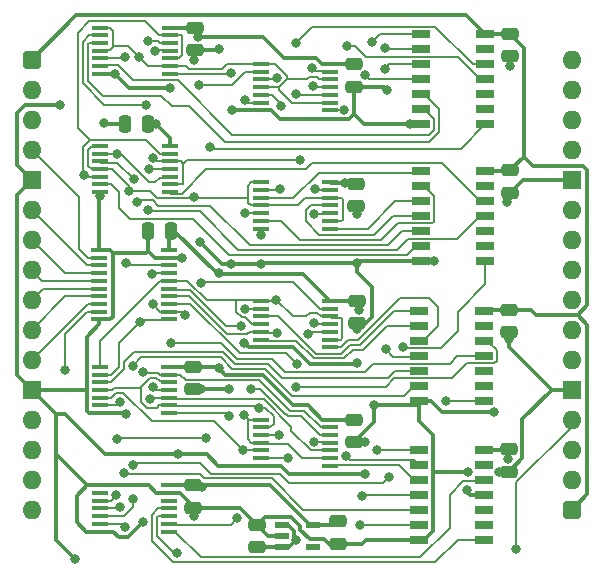
<source format=gtl>
%TF.GenerationSoftware,KiCad,Pcbnew,8.0.4*%
%TF.CreationDate,2024-09-09T19:28:37+02:00*%
%TF.ProjectId,Main Memory Abort,4d61696e-204d-4656-9d6f-72792041626f,V0*%
%TF.SameCoordinates,PX54c81a0PY37b6b20*%
%TF.FileFunction,Copper,L1,Top*%
%TF.FilePolarity,Positive*%
%FSLAX46Y46*%
G04 Gerber Fmt 4.6, Leading zero omitted, Abs format (unit mm)*
G04 Created by KiCad (PCBNEW 8.0.4) date 2024-09-09 19:28:37*
%MOMM*%
%LPD*%
G01*
G04 APERTURE LIST*
G04 Aperture macros list*
%AMRoundRect*
0 Rectangle with rounded corners*
0 $1 Rounding radius*
0 $2 $3 $4 $5 $6 $7 $8 $9 X,Y pos of 4 corners*
0 Add a 4 corners polygon primitive as box body*
4,1,4,$2,$3,$4,$5,$6,$7,$8,$9,$2,$3,0*
0 Add four circle primitives for the rounded corners*
1,1,$1+$1,$2,$3*
1,1,$1+$1,$4,$5*
1,1,$1+$1,$6,$7*
1,1,$1+$1,$8,$9*
0 Add four rect primitives between the rounded corners*
20,1,$1+$1,$2,$3,$4,$5,0*
20,1,$1+$1,$4,$5,$6,$7,0*
20,1,$1+$1,$6,$7,$8,$9,0*
20,1,$1+$1,$8,$9,$2,$3,0*%
G04 Aperture macros list end*
%TA.AperFunction,SMDPad,CuDef*%
%ADD10R,1.475000X0.450000*%
%TD*%
%TA.AperFunction,SMDPad,CuDef*%
%ADD11RoundRect,0.250000X0.250000X0.475000X-0.250000X0.475000X-0.250000X-0.475000X0.250000X-0.475000X0*%
%TD*%
%TA.AperFunction,SMDPad,CuDef*%
%ADD12R,1.150000X0.600000*%
%TD*%
%TA.AperFunction,SMDPad,CuDef*%
%ADD13RoundRect,0.250000X-0.475000X0.250000X-0.475000X-0.250000X0.475000X-0.250000X0.475000X0.250000X0*%
%TD*%
%TA.AperFunction,SMDPad,CuDef*%
%ADD14RoundRect,0.250000X0.475000X-0.250000X0.475000X0.250000X-0.475000X0.250000X-0.475000X-0.250000X0*%
%TD*%
%TA.AperFunction,ComponentPad*%
%ADD15RoundRect,0.400000X0.400000X0.400000X-0.400000X0.400000X-0.400000X-0.400000X0.400000X-0.400000X0*%
%TD*%
%TA.AperFunction,ComponentPad*%
%ADD16O,1.600000X1.600000*%
%TD*%
%TA.AperFunction,ComponentPad*%
%ADD17R,1.600000X1.600000*%
%TD*%
%TA.AperFunction,ComponentPad*%
%ADD18RoundRect,0.400000X-0.400000X-0.400000X0.400000X-0.400000X0.400000X0.400000X-0.400000X0.400000X0*%
%TD*%
%TA.AperFunction,SMDPad,CuDef*%
%ADD19R,1.550000X0.650000*%
%TD*%
%TA.AperFunction,ViaPad*%
%ADD20C,0.800000*%
%TD*%
%TA.AperFunction,Conductor*%
%ADD21C,0.200000*%
%TD*%
%TA.AperFunction,Conductor*%
%ADD22C,0.380000*%
%TD*%
G04 APERTURE END LIST*
D10*
%TO.P,IC3,1,~{OE1}*%
%TO.N,GND*%
X5715000Y-16099000D03*
%TO.P,IC3,2,A0*%
%TO.N,~{Main}0*%
X5715000Y-16749000D03*
%TO.P,IC3,3,A1*%
%TO.N,~{Main}1*%
X5715000Y-17399000D03*
%TO.P,IC3,4,A2*%
%TO.N,~{Main}2*%
X5715000Y-18049000D03*
%TO.P,IC3,5,A3*%
%TO.N,~{Main}3*%
X5715000Y-18699000D03*
%TO.P,IC3,6,A4*%
%TO.N,~{Main}4*%
X5715000Y-19349000D03*
%TO.P,IC3,7,A5*%
%TO.N,~{Main}5*%
X5715000Y-19999000D03*
%TO.P,IC3,8,A6*%
%TO.N,~{Main}6*%
X5715000Y-20649000D03*
%TO.P,IC3,9,A7*%
%TO.N,~{Main}7*%
X5715000Y-21299000D03*
%TO.P,IC3,10,GND*%
%TO.N,GND*%
X5715000Y-21949000D03*
%TO.P,IC3,11,Y7*%
%TO.N,/~{Main}B7*%
X11591000Y-21949000D03*
%TO.P,IC3,12,Y6*%
%TO.N,/~{Main}B6*%
X11591000Y-21299000D03*
%TO.P,IC3,13,Y5*%
%TO.N,/~{Main}B5*%
X11591000Y-20649000D03*
%TO.P,IC3,14,Y4*%
%TO.N,/~{Main}B4*%
X11591000Y-19999000D03*
%TO.P,IC3,15,Y3*%
%TO.N,/~{Main}B3*%
X11591000Y-19349000D03*
%TO.P,IC3,16,Y2*%
%TO.N,/~{Main}B2*%
X11591000Y-18699000D03*
%TO.P,IC3,17,Y1*%
%TO.N,/~{Main}B1*%
X11591000Y-18049000D03*
%TO.P,IC3,18,Y0*%
%TO.N,/~{Main}B0*%
X11591000Y-17399000D03*
%TO.P,IC3,19,~{OE2}*%
%TO.N,GND*%
X11591000Y-16749000D03*
%TO.P,IC3,20,3V*%
%TO.N,/3.3V*%
X11591000Y-16099000D03*
%TD*%
D11*
%TO.P,C8,1*%
%TO.N,/3.3V*%
X11763000Y-14456000D03*
%TO.P,C8,2*%
%TO.N,GND*%
X9863000Y-14456000D03*
%TD*%
D10*
%TO.P,IC7,14,3V*%
%TO.N,/3.3V*%
X11684000Y2742000D03*
%TO.P,IC7,13,4B*%
%TO.N,/~{Main}B7*%
X11684000Y2092000D03*
%TO.P,IC7,12,4A*%
%TO.N,/~{Main}B6*%
X11684000Y1442000D03*
%TO.P,IC7,11,4Y*%
%TO.N,/~{6+7}*%
X11684000Y792000D03*
%TO.P,IC7,10,3B*%
%TO.N,/~{Main}B7*%
X11684000Y142000D03*
%TO.P,IC7,9,3A*%
%TO.N,/~{Main}B0*%
X11684000Y-508000D03*
%TO.P,IC7,8,3Y*%
%TO.N,/~{0+7}*%
X11684000Y-1158000D03*
%TO.P,IC7,7,GND*%
%TO.N,GND*%
X5808000Y-1158000D03*
%TO.P,IC7,6,2Y*%
%TO.N,/~{0+6}*%
X5808000Y-508000D03*
%TO.P,IC7,5,2B*%
%TO.N,/~{Main}B6*%
X5808000Y142000D03*
%TO.P,IC7,4,2A*%
%TO.N,/~{Main}B0*%
X5808000Y792000D03*
%TO.P,IC7,3,1Y*%
%TO.N,/~{0+5}*%
X5808000Y1442000D03*
%TO.P,IC7,2,1B*%
%TO.N,/~{Main}B5*%
X5808000Y2092000D03*
%TO.P,IC7,1,1A*%
%TO.N,/~{Main}B0*%
X5808000Y2742000D03*
%TD*%
%TO.P,IC2,14,3V*%
%TO.N,/3.3V*%
X25273000Y-351000D03*
%TO.P,IC2,13,4B*%
%TO.N,/~{Main}B4*%
X25273000Y-1001000D03*
%TO.P,IC2,12,4A*%
%TO.N,/~{Main}B0*%
X25273000Y-1651000D03*
%TO.P,IC2,11,4Y*%
%TO.N,/~{0+4}*%
X25273000Y-2301000D03*
%TO.P,IC2,10,3B*%
%TO.N,/~{Main}B3*%
X25273000Y-2951000D03*
%TO.P,IC2,9,3A*%
%TO.N,/~{Main}B0*%
X25273000Y-3601000D03*
%TO.P,IC2,8,3Y*%
%TO.N,/~{0+3}*%
X25273000Y-4251000D03*
%TO.P,IC2,7,GND*%
%TO.N,GND*%
X19397000Y-4251000D03*
%TO.P,IC2,6,2Y*%
%TO.N,/~{0+2}*%
X19397000Y-3601000D03*
%TO.P,IC2,5,2B*%
%TO.N,/~{Main}B2*%
X19397000Y-2951000D03*
%TO.P,IC2,4,2A*%
%TO.N,/~{Main}B0*%
X19397000Y-2301000D03*
%TO.P,IC2,3,1Y*%
%TO.N,/~{0+1}*%
X19397000Y-1651000D03*
%TO.P,IC2,2,1B*%
%TO.N,/~{Main}B1*%
X19397000Y-1001000D03*
%TO.P,IC2,1,1A*%
%TO.N,/~{Main}B0*%
X19397000Y-351000D03*
%TD*%
D12*
%TO.P,IC1,1,6VIn*%
%TO.N,5V*%
X21209000Y-39370000D03*
%TO.P,IC1,2,GND*%
%TO.N,GND*%
X21209000Y-40320000D03*
%TO.P,IC1,3,EN*%
%TO.N,5V*%
X21209000Y-41270000D03*
%TO.P,IC1,4,ADJ*%
%TO.N,unconnected-(IC1-ADJ-Pad4)*%
X23809000Y-41270000D03*
%TO.P,IC1,5,3.3VOut*%
%TO.N,/3.3V*%
X23809000Y-39370000D03*
%TD*%
D13*
%TO.P,C11,1*%
%TO.N,/3.3V*%
X25908000Y-39071000D03*
%TO.P,C11,2*%
%TO.N,GND*%
X25908000Y-40971000D03*
%TD*%
D14*
%TO.P,C10,1*%
%TO.N,5V*%
X19080000Y-41254000D03*
%TO.P,C10,2*%
%TO.N,GND*%
X19080000Y-39354000D03*
%TD*%
D13*
%TO.P,C5,1*%
%TO.N,/3.3V*%
X13843000Y2712000D03*
%TO.P,C5,2*%
%TO.N,GND*%
X13843000Y812000D03*
%TD*%
%TO.P,C4,2*%
%TO.N,GND*%
X40513000Y304000D03*
%TO.P,C4,1*%
%TO.N,5V*%
X40513000Y2204000D03*
%TD*%
%TO.P,C3,1*%
%TO.N,/3.3V*%
X27288000Y-351000D03*
%TO.P,C3,2*%
%TO.N,GND*%
X27288000Y-2251000D03*
%TD*%
%TO.P,C2,1*%
%TO.N,/3.3V*%
X27432000Y-10496000D03*
%TO.P,C2,2*%
%TO.N,GND*%
X27432000Y-12396000D03*
%TD*%
D15*
%TO.P,J3,1,Pin_1*%
%TO.N,5V*%
X45720000Y-38100000D03*
D16*
%TO.P,J3,2,Pin_2*%
%TO.N,unconnected-(J3-Pin_2-Pad2)*%
X45720000Y-35560000D03*
%TO.P,J3,3,Pin_3*%
%TO.N,unconnected-(J3-Pin_3-Pad3)*%
X45720000Y-33020001D03*
%TO.P,J3,4,Pin_4*%
%TO.N,~{Set Contention}*%
X45720000Y-30480000D03*
D17*
%TO.P,J3,5,Pin_5*%
%TO.N,GND*%
X45720000Y-27940000D03*
D16*
%TO.P,J3,6,Pin_6*%
%TO.N,unconnected-(J3-Pin_6-Pad6)*%
X45720000Y-25400000D03*
%TO.P,J3,7,Pin_7*%
%TO.N,unconnected-(J3-Pin_7-Pad7)*%
X45720000Y-22860000D03*
%TO.P,J3,8,Pin_8*%
%TO.N,unconnected-(J3-Pin_8-Pad8)*%
X45720000Y-20319999D03*
%TO.P,J3,9,Pin_9*%
%TO.N,unconnected-(J3-Pin_9-Pad9)*%
X45720000Y-17780000D03*
%TO.P,J3,10,Pin_10*%
%TO.N,unconnected-(J3-Pin_10-Pad10)*%
X45720000Y-15240000D03*
%TO.P,J3,11,Pin_11*%
%TO.N,unconnected-(J3-Pin_11-Pad11)*%
X45720000Y-12700000D03*
D17*
%TO.P,J3,12,Pin_12*%
%TO.N,GND*%
X45720000Y-10160001D03*
D16*
%TO.P,J3,13,Pin_13*%
%TO.N,unconnected-(J3-Pin_13-Pad13)*%
X45720000Y-7620000D03*
%TO.P,J3,14,Pin_14*%
%TO.N,unconnected-(J3-Pin_14-Pad14)*%
X45720000Y-5080000D03*
%TO.P,J3,15,Pin_15*%
%TO.N,unconnected-(J3-Pin_15-Pad15)*%
X45720000Y-2540000D03*
%TO.P,J3,16,Pin_16*%
%TO.N,unconnected-(J3-Pin_16-Pad16)*%
X45720000Y-1D03*
%TD*%
D18*
%TO.P,J1,1,Pin_1*%
%TO.N,5V*%
X0Y0D03*
D16*
%TO.P,J1,2,Pin_2*%
%TO.N,unconnected-(J1-Pin_2-Pad2)*%
X0Y-2540000D03*
%TO.P,J1,3,Pin_3*%
%TO.N,unconnected-(J1-Pin_3-Pad3)*%
X0Y-5080000D03*
%TO.P,J1,4,Pin_4*%
%TO.N,~{Main}0*%
X0Y-7620000D03*
D17*
%TO.P,J1,5,Pin_5*%
%TO.N,GND*%
X0Y-10160000D03*
D16*
%TO.P,J1,6,Pin_6*%
%TO.N,~{Main}1*%
X0Y-12700000D03*
%TO.P,J1,7,Pin_7*%
%TO.N,~{Main}2*%
X0Y-15240000D03*
%TO.P,J1,8,Pin_8*%
%TO.N,~{Main}3*%
X0Y-17780000D03*
%TO.P,J1,9,Pin_9*%
%TO.N,~{Main}4*%
X0Y-20320000D03*
%TO.P,J1,10,Pin_10*%
%TO.N,~{Main}5*%
X0Y-22860000D03*
%TO.P,J1,11,Pin_11*%
%TO.N,~{Main}6*%
X0Y-25400000D03*
D17*
%TO.P,J1,12,Pin_12*%
%TO.N,GND*%
X0Y-27940000D03*
D16*
%TO.P,J1,13,Pin_13*%
%TO.N,~{Main}7*%
X0Y-30480000D03*
%TO.P,J1,14,Pin_14*%
%TO.N,unconnected-(J1-Pin_14-Pad14)*%
X0Y-33020000D03*
%TO.P,J1,15,Pin_15*%
%TO.N,unconnected-(J1-Pin_15-Pad15)*%
X0Y-35560000D03*
%TO.P,J1,16,Pin_16*%
%TO.N,unconnected-(J1-Pin_16-Pad16)*%
X0Y-38100000D03*
%TD*%
D13*
%TO.P,C15,1*%
%TO.N,/3.3V*%
X13682000Y-36023000D03*
%TO.P,C15,2*%
%TO.N,GND*%
X13682000Y-37923000D03*
%TD*%
%TO.P,C14,1*%
%TO.N,/3.3V*%
X27288000Y-30450000D03*
%TO.P,C14,2*%
%TO.N,GND*%
X27288000Y-32350000D03*
%TD*%
%TO.P,C13,1*%
%TO.N,/3.3V*%
X13682000Y-25990000D03*
%TO.P,C13,2*%
%TO.N,GND*%
X13682000Y-27890000D03*
%TD*%
D11*
%TO.P,C12,1*%
%TO.N,/3.3V*%
X9824000Y-5461000D03*
%TO.P,C12,2*%
%TO.N,GND*%
X7924000Y-5461000D03*
%TD*%
D13*
%TO.P,C9,1*%
%TO.N,/3.3V*%
X27559000Y-20402000D03*
%TO.P,C9,2*%
%TO.N,GND*%
X27559000Y-22302000D03*
%TD*%
%TO.P,C7,1*%
%TO.N,5V*%
X40513000Y-9353000D03*
%TO.P,C7,2*%
%TO.N,GND*%
X40513000Y-11253000D03*
%TD*%
%TO.P,C6,1*%
%TO.N,5V*%
X40386000Y-21164000D03*
%TO.P,C6,2*%
%TO.N,GND*%
X40386000Y-23064000D03*
%TD*%
%TO.P,C1,1*%
%TO.N,5V*%
X40386000Y-32975000D03*
%TO.P,C1,2*%
%TO.N,GND*%
X40386000Y-34875000D03*
%TD*%
D19*
%TO.P,IC13,14,5V*%
%TO.N,5V*%
X38412000Y2159000D03*
%TO.P,IC13,13,N.C.*%
%TO.N,unconnected-(IC13-N.C.-Pad13)*%
X38412000Y889000D03*
%TO.P,IC13,12,H*%
%TO.N,/~{0+7}*%
X38412000Y-381000D03*
%TO.P,IC13,11,G*%
%TO.N,/~{6+7}*%
X38412000Y-1651000D03*
%TO.P,IC13,10,N.C.*%
%TO.N,unconnected-(IC13-N.C.-Pad10)*%
X38412000Y-2921000D03*
%TO.P,IC13,9,N.C.*%
%TO.N,unconnected-(IC13-N.C.-Pad9)*%
X38412000Y-4191000D03*
%TO.P,IC13,8,Y*%
%TO.N,Net-(IC13-Y)*%
X38412000Y-5461000D03*
%TO.P,IC13,7,GND*%
%TO.N,GND*%
X32962000Y-5461000D03*
%TO.P,IC13,6,F*%
%TO.N,/~{0+6}*%
X32962000Y-4191000D03*
%TO.P,IC13,5,E*%
%TO.N,/~{0+5}*%
X32962000Y-2921000D03*
%TO.P,IC13,4,D*%
%TO.N,/~{0+4}*%
X32962000Y-1651000D03*
%TO.P,IC13,3,C*%
%TO.N,/~{0+3}*%
X32962000Y-381000D03*
%TO.P,IC13,2,B*%
%TO.N,/~{0+2}*%
X32962000Y889000D03*
%TO.P,IC13,1,A*%
%TO.N,/~{0+1}*%
X32962000Y2159000D03*
%TD*%
D10*
%TO.P,IC8,1,1A*%
%TO.N,/~{Main}B1*%
X19414000Y-10369000D03*
%TO.P,IC8,2,1B*%
%TO.N,/~{Main}B2*%
X19414000Y-11019000D03*
%TO.P,IC8,3,1Y*%
%TO.N,/~{1+2}*%
X19414000Y-11669000D03*
%TO.P,IC8,4,2A*%
%TO.N,/~{Main}B1*%
X19414000Y-12319000D03*
%TO.P,IC8,5,2B*%
%TO.N,/~{Main}B3*%
X19414000Y-12969000D03*
%TO.P,IC8,6,2Y*%
%TO.N,/~{1+3}*%
X19414000Y-13619000D03*
%TO.P,IC8,7,GND*%
%TO.N,GND*%
X19414000Y-14269000D03*
%TO.P,IC8,8,3Y*%
%TO.N,/~{1+4}*%
X25290000Y-14269000D03*
%TO.P,IC8,9,3A*%
%TO.N,/~{Main}B1*%
X25290000Y-13619000D03*
%TO.P,IC8,10,3B*%
%TO.N,/~{Main}B4*%
X25290000Y-12969000D03*
%TO.P,IC8,11,4Y*%
%TO.N,/~{1+5}*%
X25290000Y-12319000D03*
%TO.P,IC8,12,4A*%
%TO.N,/~{Main}B1*%
X25290000Y-11669000D03*
%TO.P,IC8,13,4B*%
%TO.N,/~{Main}B5*%
X25290000Y-11019000D03*
%TO.P,IC8,14,3V*%
%TO.N,/3.3V*%
X25290000Y-10369000D03*
%TD*%
%TO.P,IC10,14,3V*%
%TO.N,/3.3V*%
X25273000Y-20417000D03*
%TO.P,IC10,13,4B*%
%TO.N,/~{Main}B6*%
X25273000Y-21067000D03*
%TO.P,IC10,12,4A*%
%TO.N,/~{Main}B2*%
X25273000Y-21717000D03*
%TO.P,IC10,11,4Y*%
%TO.N,/~{2+6}*%
X25273000Y-22367000D03*
%TO.P,IC10,10,3B*%
%TO.N,/~{Main}B5*%
X25273000Y-23017000D03*
%TO.P,IC10,9,3A*%
%TO.N,/~{Main}B2*%
X25273000Y-23667000D03*
%TO.P,IC10,8,3Y*%
%TO.N,/~{2+5}*%
X25273000Y-24317000D03*
%TO.P,IC10,7,GND*%
%TO.N,GND*%
X19397000Y-24317000D03*
%TO.P,IC10,6,2Y*%
%TO.N,/~{2+4}*%
X19397000Y-23667000D03*
%TO.P,IC10,5,2B*%
%TO.N,/~{Main}B4*%
X19397000Y-23017000D03*
%TO.P,IC10,4,2A*%
%TO.N,/~{Main}B2*%
X19397000Y-22367000D03*
%TO.P,IC10,3,1Y*%
%TO.N,/~{2+3}*%
X19397000Y-21717000D03*
%TO.P,IC10,2,1B*%
%TO.N,/~{Main}B3*%
X19397000Y-21067000D03*
%TO.P,IC10,1,1A*%
%TO.N,/~{Main}B2*%
X19397000Y-20417000D03*
%TD*%
D19*
%TO.P,IC15,14,5V*%
%TO.N,5V*%
X38285000Y-21251300D03*
%TO.P,IC15,13,N.C.*%
%TO.N,unconnected-(IC15-N.C.-Pad13)*%
X38285000Y-22521300D03*
%TO.P,IC15,12,H*%
%TO.N,/~{4+6}*%
X38285000Y-23791300D03*
%TO.P,IC15,11,G*%
%TO.N,/~{4+7}*%
X38285000Y-25061300D03*
%TO.P,IC15,10,N.C.*%
%TO.N,unconnected-(IC15-N.C.-Pad10)*%
X38285000Y-26331300D03*
%TO.P,IC15,9,N.C.*%
%TO.N,unconnected-(IC15-N.C.-Pad9)*%
X38285000Y-27601300D03*
%TO.P,IC15,8,Y*%
%TO.N,Net-(IC15-Y)*%
X38285000Y-28871300D03*
%TO.P,IC15,7,GND*%
%TO.N,GND*%
X32835000Y-28871300D03*
%TO.P,IC15,6,F*%
%TO.N,/~{4+5}*%
X32835000Y-27601300D03*
%TO.P,IC15,5,E*%
%TO.N,/~{2+7}*%
X32835000Y-26331300D03*
%TO.P,IC15,4,D*%
%TO.N,/~{2+6}*%
X32835000Y-25061300D03*
%TO.P,IC15,3,C*%
%TO.N,/~{2+5}*%
X32835000Y-23791300D03*
%TO.P,IC15,2,B*%
%TO.N,/~{2+4}*%
X32835000Y-22521300D03*
%TO.P,IC15,1,A*%
%TO.N,/~{2+3}*%
X32835000Y-21251300D03*
%TD*%
D10*
%TO.P,IC9,1,1A*%
%TO.N,/~{Main}B1*%
X5808000Y-7291000D03*
%TO.P,IC9,2,1B*%
%TO.N,/~{Main}B6*%
X5808000Y-7941000D03*
%TO.P,IC9,3,1Y*%
%TO.N,/~{1+6}*%
X5808000Y-8591000D03*
%TO.P,IC9,4,2A*%
%TO.N,/~{Main}B1*%
X5808000Y-9241000D03*
%TO.P,IC9,5,2B*%
%TO.N,/~{Main}B7*%
X5808000Y-9891000D03*
%TO.P,IC9,6,2Y*%
%TO.N,/~{1+7}*%
X5808000Y-10541000D03*
%TO.P,IC9,7,GND*%
%TO.N,GND*%
X5808000Y-11191000D03*
%TO.P,IC9,8,3Y*%
%TO.N,/~{5+6}*%
X11684000Y-11191000D03*
%TO.P,IC9,9,3A*%
%TO.N,/~{Main}B5*%
X11684000Y-10541000D03*
%TO.P,IC9,10,3B*%
%TO.N,/~{Main}B6*%
X11684000Y-9891000D03*
%TO.P,IC9,11,4Y*%
%TO.N,/~{5+7}*%
X11684000Y-9241000D03*
%TO.P,IC9,12,4A*%
%TO.N,/~{Main}B5*%
X11684000Y-8591000D03*
%TO.P,IC9,13,4B*%
%TO.N,/~{Main}B7*%
X11684000Y-7941000D03*
%TO.P,IC9,14,3V*%
%TO.N,/3.3V*%
X11684000Y-7291000D03*
%TD*%
D19*
%TO.P,IC14,14,5V*%
%TO.N,5V*%
X38412000Y-9398000D03*
%TO.P,IC14,13,N.C.*%
%TO.N,unconnected-(IC14-N.C.-Pad13)*%
X38412000Y-10668000D03*
%TO.P,IC14,12,H*%
%TO.N,/~{5+6}*%
X38412000Y-11938000D03*
%TO.P,IC14,11,G*%
%TO.N,/~{5+7}*%
X38412000Y-13208000D03*
%TO.P,IC14,10,N.C.*%
%TO.N,unconnected-(IC14-N.C.-Pad10)*%
X38412000Y-14478000D03*
%TO.P,IC14,9,N.C.*%
%TO.N,unconnected-(IC14-N.C.-Pad9)*%
X38412000Y-15748000D03*
%TO.P,IC14,8,Y*%
%TO.N,Net-(IC14-Y)*%
X38412000Y-17018000D03*
%TO.P,IC14,7,GND*%
%TO.N,GND*%
X32962000Y-17018000D03*
%TO.P,IC14,6,F*%
%TO.N,/~{1+7}*%
X32962000Y-15748000D03*
%TO.P,IC14,5,E*%
%TO.N,/~{1+6}*%
X32962000Y-14478000D03*
%TO.P,IC14,4,D*%
%TO.N,/~{1+5}*%
X32962000Y-13208000D03*
%TO.P,IC14,3,C*%
%TO.N,/~{1+4}*%
X32962000Y-11938000D03*
%TO.P,IC14,2,B*%
%TO.N,/~{1+3}*%
X32962000Y-10668000D03*
%TO.P,IC14,1,A*%
%TO.N,/~{1+2}*%
X32962000Y-9398000D03*
%TD*%
%TO.P,IC16,14,5V*%
%TO.N,5V*%
X38285000Y-33020000D03*
%TO.P,IC16,13,N.C.*%
%TO.N,unconnected-(IC16-N.C.-Pad13)*%
X38285000Y-34290000D03*
%TO.P,IC16,12,H*%
%TO.N,/(~{2+3})\u2022(~{2+4})\u2022(~{2+5})\u2022(~{2+6})\u2022(~{2+7})\u2022(~{4+5})\u2022(~{4+6})\u2022(~{4+7})*%
X38285000Y-35560000D03*
%TO.P,IC16,11,G*%
%TO.N,/3.3V*%
X38285000Y-36830000D03*
%TO.P,IC16,10,N.C.*%
%TO.N,unconnected-(IC16-N.C.-Pad10)*%
X38285000Y-38100000D03*
%TO.P,IC16,9,N.C.*%
%TO.N,unconnected-(IC16-N.C.-Pad9)*%
X38285000Y-39370000D03*
%TO.P,IC16,8,Y*%
%TO.N,Net-(IC16-Y)*%
X38285000Y-40640000D03*
%TO.P,IC16,7,GND*%
%TO.N,GND*%
X32835000Y-40640000D03*
%TO.P,IC16,6,F*%
%TO.N,/(~{1+2})\u2022(~{1+3})\u2022(~{1+4})\u2022(~{1+5})\u2022(~{1+6})\u2022(~{1+7})\u2022(~{5+6})\u2022(~{5+7})*%
X32835000Y-39370000D03*
%TO.P,IC16,5,E*%
%TO.N,/(~{0+1})\u2022(~{0+2})\u2022(~{0+3})\u2022(~{0+4})\u2022(~{0+5})\u2022(~{0+6})\u2022(~{0+7})\u2022(~{6+7})*%
X32835000Y-38100000D03*
%TO.P,IC16,4,D*%
%TO.N,/~{3+7}*%
X32835000Y-36830000D03*
%TO.P,IC16,3,C*%
%TO.N,/~{3+6}*%
X32835000Y-35560000D03*
%TO.P,IC16,2,B*%
%TO.N,/~{3+5}*%
X32835000Y-34290000D03*
%TO.P,IC16,1,A*%
%TO.N,/~{3+4}*%
X32835000Y-33020000D03*
%TD*%
D10*
%TO.P,IC17,1,1A*%
%TO.N,GND*%
X5791000Y-36023000D03*
%TO.P,IC17,2,1Y*%
%TO.N,unconnected-(IC17A-1Y-Pad2)*%
X5791000Y-36673000D03*
%TO.P,IC17,3,2A*%
%TO.N,Net-(IC13-Y)*%
X5791000Y-37323000D03*
%TO.P,IC17,4,2Y*%
%TO.N,/(~{0+1})\u2022(~{0+2})\u2022(~{0+3})\u2022(~{0+4})\u2022(~{0+5})\u2022(~{0+6})\u2022(~{0+7})\u2022(~{6+7})*%
X5791000Y-37973000D03*
%TO.P,IC17,5,3A*%
%TO.N,Net-(IC14-Y)*%
X5791000Y-38623000D03*
%TO.P,IC17,6,3Y*%
%TO.N,/(~{1+2})\u2022(~{1+3})\u2022(~{1+4})\u2022(~{1+5})\u2022(~{1+6})\u2022(~{1+7})\u2022(~{5+6})\u2022(~{5+7})*%
X5791000Y-39273000D03*
%TO.P,IC17,7,GND*%
%TO.N,GND*%
X5791000Y-39923000D03*
%TO.P,IC17,8,4Y*%
%TO.N,/(~{2+3})\u2022(~{2+4})\u2022(~{2+5})\u2022(~{2+6})\u2022(~{2+7})\u2022(~{4+5})\u2022(~{4+6})\u2022(~{4+7})*%
X11667000Y-39923000D03*
%TO.P,IC17,9,4A*%
%TO.N,Net-(IC15-Y)*%
X11667000Y-39273000D03*
%TO.P,IC17,10,5Y*%
%TO.N,~{Set Contention}*%
X11667000Y-38623000D03*
%TO.P,IC17,11,5A*%
%TO.N,Net-(IC16-Y)*%
X11667000Y-37973000D03*
%TO.P,IC17,12,6Y*%
%TO.N,unconnected-(IC17F-6Y-Pad12)*%
X11667000Y-37323000D03*
%TO.P,IC17,13,6A*%
%TO.N,GND*%
X11667000Y-36673000D03*
%TO.P,IC17,14,3V*%
%TO.N,/3.3V*%
X11667000Y-36023000D03*
%TD*%
%TO.P,IC11,1,1A*%
%TO.N,/~{Main}B2*%
X5791000Y-25990000D03*
%TO.P,IC11,2,1B*%
%TO.N,/~{Main}B7*%
X5791000Y-26640000D03*
%TO.P,IC11,3,1Y*%
%TO.N,/~{2+7}*%
X5791000Y-27290000D03*
%TO.P,IC11,4,2A*%
%TO.N,/~{Main}B4*%
X5791000Y-27940000D03*
%TO.P,IC11,5,2B*%
%TO.N,/~{Main}B5*%
X5791000Y-28590000D03*
%TO.P,IC11,6,2Y*%
%TO.N,/~{4+5}*%
X5791000Y-29240000D03*
%TO.P,IC11,7,GND*%
%TO.N,GND*%
X5791000Y-29890000D03*
%TO.P,IC11,8,3Y*%
%TO.N,/~{4+6}*%
X11667000Y-29890000D03*
%TO.P,IC11,9,3A*%
%TO.N,/~{Main}B4*%
X11667000Y-29240000D03*
%TO.P,IC11,10,3B*%
%TO.N,/~{Main}B6*%
X11667000Y-28590000D03*
%TO.P,IC11,11,4Y*%
%TO.N,/~{4+7}*%
X11667000Y-27940000D03*
%TO.P,IC11,12,4A*%
%TO.N,/~{Main}B4*%
X11667000Y-27290000D03*
%TO.P,IC11,13,4B*%
%TO.N,/~{Main}B7*%
X11667000Y-26640000D03*
%TO.P,IC11,14,3V*%
%TO.N,/3.3V*%
X11667000Y-25990000D03*
%TD*%
%TO.P,IC12,14,3V*%
%TO.N,/3.3V*%
X25273000Y-30450000D03*
%TO.P,IC12,13,4B*%
%TO.N,/~{Main}B7*%
X25273000Y-31100000D03*
%TO.P,IC12,12,4A*%
%TO.N,/~{Main}B3*%
X25273000Y-31750000D03*
%TO.P,IC12,11,4Y*%
%TO.N,/~{3+7}*%
X25273000Y-32400000D03*
%TO.P,IC12,10,3B*%
%TO.N,/~{Main}B6*%
X25273000Y-33050000D03*
%TO.P,IC12,9,3A*%
%TO.N,/~{Main}B3*%
X25273000Y-33700000D03*
%TO.P,IC12,8,3Y*%
%TO.N,/~{3+6}*%
X25273000Y-34350000D03*
%TO.P,IC12,7,GND*%
%TO.N,GND*%
X19397000Y-34350000D03*
%TO.P,IC12,6,2Y*%
%TO.N,/~{3+5}*%
X19397000Y-33700000D03*
%TO.P,IC12,5,2B*%
%TO.N,/~{Main}B5*%
X19397000Y-33050000D03*
%TO.P,IC12,4,2A*%
%TO.N,/~{Main}B3*%
X19397000Y-32400000D03*
%TO.P,IC12,3,1Y*%
%TO.N,/~{3+4}*%
X19397000Y-31750000D03*
%TO.P,IC12,2,1B*%
%TO.N,/~{Main}B4*%
X19397000Y-31100000D03*
%TO.P,IC12,1,1A*%
%TO.N,/~{Main}B3*%
X19397000Y-30450000D03*
%TD*%
D20*
%TO.N,~{Set Contention}*%
X41021000Y-41384000D03*
%TO.N,GND*%
X3683000Y-42291000D03*
X30099000Y-2540000D03*
X2413000Y-3810000D03*
X12359508Y-33401000D03*
%TO.N,/(~{0+1})\u2022(~{0+2})\u2022(~{0+3})\u2022(~{0+4})\u2022(~{0+5})\u2022(~{0+6})\u2022(~{0+7})\u2022(~{6+7})*%
X7811529Y-34979377D03*
%TO.N,Net-(IC13-Y)*%
X7238999Y-32131001D03*
X14732000Y-32004000D03*
%TO.N,GND*%
X28956000Y-29174000D03*
%TO.N,/~{1+6}*%
X8656548Y-10110737D03*
X8932636Y-12065000D03*
%TO.N,GND*%
X12752029Y-16749000D03*
X14242695Y-15418730D03*
%TO.N,~{Main}7*%
X2794000Y-26289000D03*
%TO.N,GND*%
X16867700Y-17272000D03*
X19431000Y-14859000D03*
X19431000Y-17272000D03*
X34036000Y-17018000D03*
X40259000Y-12065002D03*
X36957000Y-34925000D03*
X39576690Y-34920014D03*
X28194006Y-35052006D03*
X28194000Y-32385000D03*
%TO.N,Net-(IC14-Y)*%
X30226000Y-35306000D03*
X8603530Y-34290000D03*
%TO.N,GND*%
X11684000Y-2413000D03*
X13716004Y-8D03*
%TO.N,/3.3V*%
X10540988Y-5461000D03*
%TO.N,GND*%
X6096000Y-5334000D03*
%TO.N,/~{Main}B5*%
X10242716Y-8299284D03*
X9700571Y-3779996D03*
%TO.N,GND*%
X8000996Y-29971992D03*
X14351000Y-27853500D03*
%TO.N,/~{Main}B6*%
X14379145Y-18894855D03*
X12954000Y-21590000D03*
%TO.N,GND*%
X40386000Y-23622000D03*
X39144284Y-29790353D03*
X27507828Y-25654000D03*
X27507828Y-22808824D03*
%TO.N,/~{Main}B5*%
X23367998Y-23189827D03*
%TO.N,/~{Main}B6*%
X10030400Y-28714000D03*
X10253498Y-20701000D03*
X9823087Y1635691D03*
X7874000Y254000D03*
X7251000Y-7940999D03*
%TO.N,/(~{0+1})\u2022(~{0+2})\u2022(~{0+3})\u2022(~{0+4})\u2022(~{0+5})\u2022(~{0+6})\u2022(~{0+7})\u2022(~{6+7})*%
X7492232Y-37856875D03*
%TO.N,/(~{1+2})\u2022(~{1+3})\u2022(~{1+4})\u2022(~{1+5})\u2022(~{1+6})\u2022(~{1+7})\u2022(~{5+6})\u2022(~{5+7})*%
X7874000Y-39520624D03*
X27813000Y-39370000D03*
%TO.N,/~{3+5}*%
X26610502Y-33528000D03*
X21685957Y-33686045D03*
%TO.N,/~{3+4}*%
X29216080Y-33006536D03*
X20955000Y-31783100D03*
%TO.N,/~{3+7}*%
X27940000Y-36957000D03*
X23910500Y-32360200D03*
%TO.N,/~{4+5}*%
X7460903Y-28923903D03*
X8570739Y-25868583D03*
%TO.N,/~{4+7}*%
X10251206Y-27687477D03*
X11823031Y-23935219D03*
%TO.N,/~{4+6}*%
X16739600Y-30172700D03*
X22365770Y-27674000D03*
%TO.N,/~{2+6}*%
X29972000Y-24511000D03*
X23946739Y-22241968D03*
%TO.N,/~{5+7}*%
X9906000Y-9271000D03*
X9890504Y-12680994D03*
%TO.N,/~{6+7}*%
X26666300Y1199000D03*
X10462495Y802827D03*
%TO.N,/~{0+7}*%
X22351998Y1397000D03*
X16891497Y-1143503D03*
%TO.N,/~{Main}B5*%
X23950200Y-10919000D03*
X22428385Y-25704615D03*
X17896500Y-33050000D03*
X22733000Y-8509000D03*
%TO.N,/~{0+3}*%
X29894000Y-731880D03*
X26460842Y-4222477D03*
%TO.N,/~{0+2}*%
X29955240Y995700D03*
X18057800Y-3411000D03*
%TO.N,/~{0+4}*%
X28245336Y-1300999D03*
X23826622Y-2201000D03*
%TO.N,/~{0+1}*%
X28829000Y1524000D03*
X20736300Y-1491700D03*
%TO.N,Net-(IC15-Y)*%
X17400700Y-38803400D03*
X35052000Y-28871300D03*
%TO.N,Net-(IC14-Y)*%
X8603530Y-37211000D03*
X31455231Y-24298569D03*
%TO.N,Net-(IC13-Y)*%
X7153530Y-36863000D03*
X15101000Y-7366000D03*
%TO.N,/~{Main}B7*%
X9144000Y-22225000D03*
X9469526Y-26411435D03*
X4445000Y-9779004D03*
%TO.N,/~{Main}B4*%
X19274800Y-29451300D03*
X20770800Y-23087800D03*
X23948300Y-13004700D03*
X23731805Y-701000D03*
%TO.N,/~{Main}B2*%
X20987600Y-10945200D03*
X21123905Y-3886409D03*
X20701000Y-20320000D03*
%TO.N,/~{Main}B1*%
X10167300Y-18121600D03*
X8232636Y-11071364D03*
X13716000Y-11588000D03*
X14208822Y-2099160D03*
%TO.N,/~{Main}B0*%
X9102258Y242000D03*
X8001000Y-17191900D03*
%TO.N,5V*%
X22383545Y-40643400D03*
X40345113Y-33775000D03*
%TO.N,GND*%
X7072595Y-1203156D03*
X16963193Y-4251003D03*
X15891676Y889000D03*
X16715000Y-27853500D03*
X18001100Y-23928300D03*
X27559000Y-13081000D03*
X27559000Y-17179900D03*
X40513000Y-508000D03*
X32004006Y-5461000D03*
X5808000Y-11557000D03*
%TO.N,/~{Main}B3*%
X18056500Y-21071900D03*
X18573000Y-27824000D03*
X17745600Y-22487200D03*
X18056500Y-12970600D03*
X22369948Y-2903052D03*
X17991300Y-30044100D03*
%TO.N,/3.3V*%
X15875000Y-26094650D03*
X27686000Y-21202000D03*
X26543000Y-10384000D03*
X36894318Y-36425000D03*
X14092043Y1942000D03*
X14447794Y-36167030D03*
X15875000Y-18034000D03*
%TO.N,~{Set Contention}*%
X12271320Y-41734000D03*
%TO.N,GND*%
X13716000Y-38608000D03*
X9398000Y-39116000D03*
%TD*%
D21*
%TO.N,/~{4+7}*%
X15999119Y-23935219D02*
X11823031Y-23935219D01*
X20335000Y-25334100D02*
X17398000Y-25334100D01*
X28194000Y-26416000D02*
X21416900Y-26416000D01*
X21416900Y-26416000D02*
X20335000Y-25334100D01*
X17398000Y-25334100D02*
X15999119Y-23935219D01*
X28903700Y-25706300D02*
X28194000Y-26416000D01*
X36025700Y-25061300D02*
X35380700Y-25706300D01*
X38285000Y-25061300D02*
X36025700Y-25061300D01*
X35380700Y-25706300D02*
X28903700Y-25706300D01*
%TO.N,/~{Main}B5*%
X13410000Y-20649000D02*
X11591000Y-20649000D01*
X17609000Y-24848000D02*
X13410000Y-20649000D01*
X21571770Y-24848000D02*
X17609000Y-24848000D01*
X22428385Y-25704615D02*
X21571770Y-24848000D01*
D22*
%TO.N,GND*%
X27398828Y-25763000D02*
X27507828Y-25654000D01*
X23604000Y-25763000D02*
X27398828Y-25763000D01*
X22158000Y-24317000D02*
X23604000Y-25763000D01*
X19397000Y-24317000D02*
X22158000Y-24317000D01*
D21*
%TO.N,/~{4+6}*%
X30721033Y-26958000D02*
X30005033Y-27674000D01*
X36828500Y-25688000D02*
X35558500Y-26958000D01*
X35558500Y-26958000D02*
X30721033Y-26958000D01*
X39185000Y-25688000D02*
X36828500Y-25688000D01*
X39361700Y-24586400D02*
X39361700Y-25511300D01*
X30005033Y-27674000D02*
X22365770Y-27674000D01*
X38566600Y-23791300D02*
X39361700Y-24586400D01*
X39361700Y-25511300D02*
X39185000Y-25688000D01*
%TO.N,/~{4+5}*%
X16979911Y-26138900D02*
X16024511Y-25183500D01*
X16024511Y-25183500D02*
X9255822Y-25183500D01*
X22055109Y-28424000D02*
X19770009Y-26138900D01*
X9255822Y-25183500D02*
X8570739Y-25868583D01*
X31562300Y-28424000D02*
X22055109Y-28424000D01*
X19770009Y-26138900D02*
X16979911Y-26138900D01*
D22*
%TO.N,GND*%
X32532300Y-29174000D02*
X28956000Y-29174000D01*
X32835000Y-28871300D02*
X32532300Y-29174000D01*
D21*
%TO.N,/~{4+5}*%
X32385000Y-27601300D02*
X31562300Y-28424000D01*
D22*
%TO.N,GND*%
X27288000Y-32350000D02*
X28956000Y-30682000D01*
X28956000Y-30682000D02*
X28956000Y-29174000D01*
D21*
%TO.N,/~{2+7}*%
X6728500Y-27290000D02*
X5791000Y-27290000D01*
X7829997Y-25548664D02*
X7829997Y-26188503D01*
X16230400Y-24739400D02*
X8639261Y-24739400D01*
X30782047Y-26331300D02*
X30189347Y-26924000D01*
X7829997Y-26188503D02*
X6728500Y-27290000D01*
X32835000Y-26331300D02*
X30782047Y-26331300D01*
X21237985Y-26924000D02*
X20051185Y-25737200D01*
X8639261Y-24739400D02*
X7829997Y-25548664D01*
X30189347Y-26924000D02*
X21237985Y-26924000D01*
X20051185Y-25737200D02*
X17228200Y-25737200D01*
X17228200Y-25737200D02*
X16230400Y-24739400D01*
%TO.N,/~{2+4}*%
X30056600Y-22521400D02*
X32835000Y-22521400D01*
X27195185Y-24523000D02*
X28055000Y-24523000D01*
X26445185Y-25273000D02*
X27195185Y-24523000D01*
X23876000Y-25273000D02*
X26445185Y-25273000D01*
X22392500Y-23789500D02*
X23876000Y-25273000D01*
%TO.N,/~{2+3}*%
X24041686Y-24873000D02*
X20885686Y-21717000D01*
X26205654Y-24873000D02*
X24041686Y-24873000D01*
%TO.N,/~{2+4}*%
X28055000Y-24523000D02*
X30056600Y-22521400D01*
%TO.N,/~{2+3}*%
X20885686Y-21717000D02*
X19397000Y-21717000D01*
X27820000Y-24123000D02*
X26955654Y-24123000D01*
X26955654Y-24123000D02*
X26205654Y-24873000D01*
X32835000Y-21251300D02*
X30691700Y-21251300D01*
X30691700Y-21251300D02*
X27820000Y-24123000D01*
%TO.N,/~{2+4}*%
X19519500Y-23789500D02*
X22392500Y-23789500D01*
%TO.N,/~{Main}B5*%
X23540825Y-23017000D02*
X23367998Y-23189827D01*
X25273000Y-23017000D02*
X23540825Y-23017000D01*
%TO.N,/~{2+6}*%
X24071771Y-22367000D02*
X23946739Y-22241968D01*
X25273000Y-22367000D02*
X24071771Y-22367000D01*
X30595800Y-25134800D02*
X29972000Y-24511000D01*
X32761500Y-25134800D02*
X30595800Y-25134800D01*
%TO.N,/~{2+5}*%
X33655000Y-20193000D02*
X34417000Y-20955000D01*
X34417000Y-20955000D02*
X34417000Y-22481100D01*
X31184314Y-20193000D02*
X33655000Y-20193000D01*
X26789968Y-23723000D02*
X27654314Y-23723000D01*
X26195968Y-24317000D02*
X26789968Y-23723000D01*
X27654314Y-23723000D02*
X31184314Y-20193000D01*
X25273000Y-24317000D02*
X26195968Y-24317000D01*
X34417000Y-22481100D02*
X33106800Y-23791300D01*
%TO.N,Net-(IC14-Y)*%
X31572962Y-24416300D02*
X31455231Y-24298569D01*
X38412000Y-18992000D02*
X36068000Y-21336000D01*
X34638700Y-24416300D02*
X31572962Y-24416300D01*
X38412000Y-17018000D02*
X38412000Y-18992000D01*
X36068000Y-21336000D02*
X36068000Y-22987000D01*
X36068000Y-22987000D02*
X34638700Y-24416300D01*
%TO.N,/~{Main}B5*%
X13114500Y-8509000D02*
X22733000Y-8509000D01*
X12827000Y-8796500D02*
X13114500Y-8509000D01*
%TO.N,/~{5+6}*%
X12712686Y-11310000D02*
X11803000Y-11310000D01*
X23253000Y-9259000D02*
X14763686Y-9259000D01*
X14763686Y-9259000D02*
X12712686Y-11310000D01*
X23762800Y-8749200D02*
X23253000Y-9259000D01*
X34773200Y-8749200D02*
X23762800Y-8749200D01*
X37962000Y-11938000D02*
X34773200Y-8749200D01*
%TO.N,Net-(IC13-Y)*%
X36334600Y-7538400D02*
X15273400Y-7538400D01*
X15273400Y-7538400D02*
X15101000Y-7366000D01*
X38412000Y-5461000D02*
X36334600Y-7538400D01*
%TO.N,/~{0+5}*%
X4870500Y1442000D02*
X5808000Y1442000D01*
X4760700Y1332200D02*
X4870500Y1442000D01*
X4760700Y-1786500D02*
X4760700Y1332200D01*
X10986339Y-3030000D02*
X6004200Y-3030000D01*
X11893339Y-3937000D02*
X10986339Y-3030000D01*
X33620800Y-6985000D02*
X16383000Y-6985000D01*
X34474500Y-6131300D02*
X33620800Y-6985000D01*
X16383000Y-6985000D02*
X13335000Y-3937000D01*
X6004200Y-3030000D02*
X4760700Y-1786500D01*
X34474500Y-4149700D02*
X34474500Y-6131300D01*
X13335000Y-3937000D02*
X11893339Y-3937000D01*
X33245800Y-2921000D02*
X34474500Y-4149700D01*
%TO.N,/~{1+2}*%
X22169547Y-11669000D02*
X24299547Y-9539000D01*
X19414000Y-11669000D02*
X22169547Y-11669000D01*
X24299547Y-9539000D02*
X32821000Y-9539000D01*
%TO.N,/~{0+6}*%
X8590787Y-1683000D02*
X7300787Y-393000D01*
X12351000Y-1683000D02*
X8590787Y-1683000D01*
X33611700Y-6338000D02*
X17006000Y-6338000D01*
X17006000Y-6338000D02*
X12351000Y-1683000D01*
X34038700Y-5911000D02*
X33611700Y-6338000D01*
X34038700Y-5011000D02*
X34038700Y-5911000D01*
X33218700Y-4191000D02*
X34038700Y-5011000D01*
X7300787Y-393000D02*
X5923000Y-393000D01*
%TO.N,/~{5+7}*%
X14224000Y-12827000D02*
X10036510Y-12827000D01*
X17466200Y-16069200D02*
X14224000Y-12827000D01*
X30920800Y-16069200D02*
X17466200Y-16069200D01*
X31868700Y-15121300D02*
X30920800Y-16069200D01*
X10036510Y-12827000D02*
X9890504Y-12680994D01*
X36048700Y-15121300D02*
X31868700Y-15121300D01*
X37962000Y-13208000D02*
X36048700Y-15121300D01*
%TO.N,/~{1+7}*%
X16674171Y-16479900D02*
X31780100Y-16479900D01*
X13625271Y-13431000D02*
X16674171Y-16479900D01*
X8306339Y-13431000D02*
X13625271Y-13431000D01*
X7366000Y-11161500D02*
X7366000Y-12490661D01*
X7366000Y-12490661D02*
X8306339Y-13431000D01*
X6745500Y-10541000D02*
X7366000Y-11161500D01*
X5808000Y-10541000D02*
X6745500Y-10541000D01*
X31780100Y-16479900D02*
X32512000Y-15748000D01*
%TO.N,/~{1+6}*%
X30183200Y-15663800D02*
X31369000Y-14478000D01*
X18457800Y-15663800D02*
X30183200Y-15663800D01*
X15132000Y-12338000D02*
X18457800Y-15663800D01*
X10702815Y-12338000D02*
X15132000Y-12338000D01*
X10246500Y-11881685D02*
X10702815Y-12338000D01*
X9115951Y-11881685D02*
X10246500Y-11881685D01*
X8932636Y-12065000D02*
X9115951Y-11881685D01*
%TO.N,/~{Main}B1*%
X13588001Y-11715999D02*
X13716000Y-11588000D01*
%TO.N,/~{1+6}*%
X31369000Y-14478000D02*
X32962000Y-14478000D01*
%TO.N,/~{Main}B1*%
X10646499Y-11715999D02*
X13588001Y-11715999D01*
X10001864Y-11071364D02*
X10646499Y-11715999D01*
X14097000Y-11684000D02*
X14001000Y-11588000D01*
X18321800Y-11684000D02*
X14097000Y-11684000D01*
X8232636Y-11071364D02*
X10001864Y-11071364D01*
X14001000Y-11588000D02*
X13716000Y-11588000D01*
%TO.N,/~{1+5}*%
X29019300Y-14795700D02*
X30607000Y-13208000D01*
X24367700Y-14795700D02*
X29019300Y-14795700D01*
X23236900Y-13664900D02*
X24367700Y-14795700D01*
X23236900Y-12707700D02*
X23236900Y-13664900D01*
X23641700Y-12302900D02*
X23236900Y-12707700D01*
X25273900Y-12302900D02*
X23641700Y-12302900D01*
X30607000Y-13208000D02*
X32962000Y-13208000D01*
%TO.N,/~{1+3}*%
X33904700Y-13842200D02*
X34038800Y-13708100D01*
X34038800Y-11476000D02*
X33230800Y-10668000D01*
X29617700Y-15213300D02*
X30988800Y-13842200D01*
X22702200Y-15213300D02*
X29617700Y-15213300D01*
X21107900Y-13619000D02*
X22702200Y-15213300D01*
X34038800Y-13708100D02*
X34038800Y-11476000D01*
X19414000Y-13619000D02*
X21107900Y-13619000D01*
X30988800Y-13842200D02*
X33904700Y-13842200D01*
%TO.N,Net-(IC16-Y)*%
X12009259Y-42532600D02*
X34175400Y-42532600D01*
X34175400Y-42532600D02*
X36068000Y-40640000D01*
X10208400Y-40731741D02*
X12009259Y-42532600D01*
X36068000Y-40640000D02*
X38285000Y-40640000D01*
X10208400Y-38494100D02*
X10208400Y-40731741D01*
X11667000Y-37973000D02*
X10729500Y-37973000D01*
X10729500Y-37973000D02*
X10208400Y-38494100D01*
D22*
%TO.N,5V*%
X47058000Y-22420000D02*
X46228000Y-21590000D01*
X47058000Y-36762000D02*
X47058000Y-22420000D01*
X45720000Y-38100000D02*
X47058000Y-36762000D01*
D21*
%TO.N,~{Set Contention}*%
X45720000Y-31050744D02*
X41021000Y-35749744D01*
X41021000Y-35749744D02*
X41021000Y-41384000D01*
D22*
%TO.N,GND*%
X2032000Y-40640000D02*
X3683000Y-42291000D01*
X2032000Y-33381500D02*
X2032000Y-40640000D01*
D21*
%TO.N,/~{6+7}*%
X28318500Y245700D02*
X27365200Y1199000D01*
X27365200Y1199000D02*
X26666300Y1199000D01*
X36065300Y245700D02*
X28318500Y245700D01*
%TO.N,/~{0+2}*%
X30061940Y889000D02*
X29955240Y995700D01*
X32962000Y889000D02*
X30061940Y889000D01*
%TO.N,/~{6+7}*%
X37962000Y-1651000D02*
X36065300Y245700D01*
%TO.N,/~{0+1}*%
X29464000Y2159000D02*
X28829000Y1524000D01*
X32962000Y2159000D02*
X29464000Y2159000D01*
%TO.N,/~{0+4}*%
X28245336Y-1300999D02*
X28595337Y-1651000D01*
X28595337Y-1651000D02*
X32962000Y-1651000D01*
%TO.N,/~{0+3}*%
X30244880Y-381000D02*
X29894000Y-731880D01*
X32962000Y-381000D02*
X30244880Y-381000D01*
D22*
%TO.N,GND*%
X29810000Y-2251000D02*
X30099000Y-2540000D01*
X27288000Y-2251000D02*
X29810000Y-2251000D01*
D21*
%TO.N,~{Main}5*%
X2861000Y-19999000D02*
X5715000Y-19999000D01*
X0Y-22860000D02*
X2861000Y-19999000D01*
%TO.N,~{Main}6*%
X4751000Y-20649000D02*
X0Y-25400000D01*
X5715000Y-20649000D02*
X4751000Y-20649000D01*
%TO.N,~{Main}7*%
X2794000Y-26289000D02*
X2794000Y-23171686D01*
X2794000Y-23171686D02*
X4666686Y-21299000D01*
X4666686Y-21299000D02*
X5715000Y-21299000D01*
D22*
%TO.N,GND*%
X-1270000Y-26670000D02*
X-1270000Y-11430000D01*
X0Y-27940000D02*
X-1270000Y-26670000D01*
X-1270000Y-11430000D02*
X0Y-10160000D01*
X-587457Y-3810000D02*
X2413000Y-3810000D01*
X-1270000Y-4492543D02*
X-587457Y-3810000D01*
X-1270000Y-8890000D02*
X-1270000Y-4492543D01*
X0Y-10160000D02*
X-1270000Y-8890000D01*
X2794000Y-29972000D02*
X2032000Y-29972000D01*
X6223000Y-33401000D02*
X2794000Y-29972000D01*
X12359508Y-33401000D02*
X6223000Y-33401000D01*
X14859000Y-33401000D02*
X12359508Y-33401000D01*
X15808000Y-34350000D02*
X14859000Y-33401000D01*
X19397000Y-34350000D02*
X15808000Y-34350000D01*
D21*
%TO.N,Net-(IC13-Y)*%
X7366000Y-32004000D02*
X7238999Y-32131001D01*
X14732000Y-32004000D02*
X7366000Y-32004000D01*
%TO.N,/(~{0+1})\u2022(~{0+2})\u2022(~{0+3})\u2022(~{0+4})\u2022(~{0+5})\u2022(~{0+6})\u2022(~{0+7})\u2022(~{6+7})*%
X7884152Y-35052000D02*
X7811529Y-34979377D01*
X14220744Y-35052000D02*
X7884152Y-35052000D01*
X32835000Y-38100000D02*
X22985064Y-38100000D01*
%TO.N,Net-(IC14-Y)*%
X14281686Y-34163000D02*
X8730530Y-34163000D01*
X15151686Y-35033000D02*
X14281686Y-34163000D01*
X21777872Y-35814000D02*
X20996872Y-35033000D01*
X29718000Y-35814000D02*
X21777872Y-35814000D01*
X8730530Y-34163000D02*
X8603530Y-34290000D01*
X30226000Y-35306000D02*
X29718000Y-35814000D01*
%TO.N,/(~{0+1})\u2022(~{0+2})\u2022(~{0+3})\u2022(~{0+4})\u2022(~{0+5})\u2022(~{0+6})\u2022(~{0+7})\u2022(~{6+7})*%
X20318064Y-35433000D02*
X14601744Y-35433000D01*
X22985064Y-38100000D02*
X20318064Y-35433000D01*
X14601744Y-35433000D02*
X14220744Y-35052000D01*
%TO.N,Net-(IC14-Y)*%
X20996872Y-35033000D02*
X15151686Y-35033000D01*
X7786768Y-38623000D02*
X8603530Y-37806238D01*
X5791000Y-38623000D02*
X7786768Y-38623000D01*
X8603530Y-37806238D02*
X8603530Y-37211000D01*
D22*
%TO.N,/3.3V*%
X14303764Y-36023000D02*
X14447794Y-36167030D01*
X13682000Y-36023000D02*
X14303764Y-36023000D01*
X20215100Y-36023000D02*
X14591824Y-36023000D01*
X23562100Y-39370000D02*
X20215100Y-36023000D01*
X14591824Y-36023000D02*
X14447794Y-36167030D01*
%TO.N,GND*%
X10549500Y-36673000D02*
X11667000Y-36673000D01*
X5791000Y-36023000D02*
X9899500Y-36023000D01*
X9899500Y-36023000D02*
X10549500Y-36673000D01*
D21*
%TO.N,/(~{0+1})\u2022(~{0+2})\u2022(~{0+3})\u2022(~{0+4})\u2022(~{0+5})\u2022(~{0+6})\u2022(~{0+7})\u2022(~{6+7})*%
X7376107Y-37973000D02*
X7492232Y-37856875D01*
X5791000Y-37973000D02*
X7376107Y-37973000D01*
%TO.N,Net-(IC13-Y)*%
X7153530Y-36897970D02*
X7153530Y-36863000D01*
X5791000Y-37323000D02*
X6728500Y-37323000D01*
X6728500Y-37323000D02*
X7153530Y-36897970D01*
D22*
%TO.N,GND*%
X6928376Y-39923000D02*
X7366000Y-40360624D01*
X5791000Y-39923000D02*
X6928376Y-39923000D01*
X7366000Y-40360624D02*
X8153376Y-40360624D01*
X8153376Y-40360624D02*
X9398000Y-39116000D01*
D21*
%TO.N,/(~{1+2})\u2022(~{1+3})\u2022(~{1+4})\u2022(~{1+5})\u2022(~{1+6})\u2022(~{1+7})\u2022(~{5+6})\u2022(~{5+7})*%
X5791000Y-39273000D02*
X7626376Y-39273000D01*
X7626376Y-39273000D02*
X7874000Y-39520624D01*
%TO.N,/~{Main}B5*%
X7150242Y-28173903D02*
X7771564Y-28173903D01*
X6734145Y-28590000D02*
X7150242Y-28173903D01*
X5791000Y-28590000D02*
X6734145Y-28590000D01*
X7771564Y-28173903D02*
X10204661Y-30607000D01*
X10204661Y-30607000D02*
X15453500Y-30607000D01*
X15453500Y-30607000D02*
X17896500Y-33050000D01*
D22*
%TO.N,GND*%
X27990000Y-40971000D02*
X28321000Y-40640000D01*
X28321000Y-40640000D02*
X32835000Y-40640000D01*
X25908000Y-40971000D02*
X27990000Y-40971000D01*
X19755700Y-38678300D02*
X19080000Y-39354000D01*
X21950500Y-38678300D02*
X19755700Y-38678300D01*
X22760200Y-39795500D02*
X22760200Y-39488000D01*
X23544700Y-40580000D02*
X22760200Y-39795500D01*
X22760200Y-39488000D02*
X21950500Y-38678300D01*
X24774000Y-40580000D02*
X23544700Y-40580000D01*
X25215000Y-41021000D02*
X24774000Y-40580000D01*
X25858000Y-41021000D02*
X25215000Y-41021000D01*
X9665100Y-16351900D02*
X6858400Y-16351900D01*
X9863000Y-16154000D02*
X9665100Y-16351900D01*
X13718500Y-27853500D02*
X14351000Y-27853500D01*
X16715000Y-27853500D02*
X14351000Y-27853500D01*
D21*
%TO.N,/~{Main}B6*%
X10835507Y-9949900D02*
X10443243Y-10342164D01*
X9948636Y-10342164D02*
X7547471Y-7940999D01*
X11684000Y-9949900D02*
X10835507Y-9949900D01*
X7547471Y-7940999D02*
X7251000Y-7940999D01*
%TO.N,/~{1+6}*%
X8656548Y-10093048D02*
X8656548Y-10110737D01*
%TO.N,/~{Main}B1*%
X8232636Y-10695136D02*
X8232636Y-11071364D01*
%TO.N,/~{1+6}*%
X5907999Y-8690999D02*
X7254499Y-8690999D01*
%TO.N,/~{Main}B1*%
X5808000Y-9241000D02*
X6778500Y-9241000D01*
X6778500Y-9241000D02*
X8232636Y-10695136D01*
%TO.N,/~{Main}B6*%
X10443243Y-10342164D02*
X9948636Y-10342164D01*
%TO.N,/~{1+6}*%
X7254499Y-8690999D02*
X8656548Y-10093048D01*
%TO.N,/~{5+7}*%
X9936000Y-9241000D02*
X9906000Y-9271000D01*
X11684000Y-9241000D02*
X9936000Y-9241000D01*
D22*
%TO.N,GND*%
X12752029Y-16749000D02*
X11591000Y-16749000D01*
%TO.N,/3.3V*%
X15665940Y-18034000D02*
X15875000Y-18034000D01*
X12087940Y-14456000D02*
X15665940Y-18034000D01*
X11763000Y-14456000D02*
X12087940Y-14456000D01*
%TO.N,GND*%
X16867700Y-17272000D02*
X16095965Y-17272000D01*
X16095965Y-17272000D02*
X14242695Y-15418730D01*
D21*
%TO.N,~{Set Contention}*%
X12088800Y-41734000D02*
X12271320Y-41734000D01*
X10627800Y-40273000D02*
X12088800Y-41734000D01*
X10729500Y-38623000D02*
X10627800Y-38724700D01*
X10627800Y-38724700D02*
X10627800Y-40273000D01*
%TO.N,/(~{2+3})\u2022(~{2+4})\u2022(~{2+5})\u2022(~{2+6})\u2022(~{2+7})\u2022(~{4+5})\u2022(~{4+6})\u2022(~{4+7})*%
X32888600Y-42120700D02*
X14377200Y-42120700D01*
X35405300Y-39604000D02*
X32888600Y-42120700D01*
X36544700Y-35675000D02*
X35405300Y-36814400D01*
X35405300Y-36814400D02*
X35405300Y-39604000D01*
X38170000Y-35675000D02*
X36544700Y-35675000D01*
%TO.N,~{Set Contention}*%
X11667000Y-38623000D02*
X10729500Y-38623000D01*
%TO.N,/(~{2+3})\u2022(~{2+4})\u2022(~{2+5})\u2022(~{2+6})\u2022(~{2+7})\u2022(~{4+5})\u2022(~{4+6})\u2022(~{4+7})*%
X14377200Y-42120700D02*
X12179500Y-39923000D01*
D22*
%TO.N,GND*%
X2032000Y-29972000D02*
X2032000Y-33381500D01*
X2032000Y-33381500D02*
X4673500Y-36023000D01*
X0Y-27940000D02*
X2032000Y-29972000D01*
X16963196Y-4251000D02*
X16963193Y-4251003D01*
X19397000Y-4251000D02*
X16963196Y-4251000D01*
D21*
%TO.N,/~{0+2}*%
X19397000Y-3601000D02*
X18247800Y-3601000D01*
X18247800Y-3601000D02*
X18057800Y-3411000D01*
D22*
%TO.N,GND*%
X20253000Y-4251000D02*
X19397000Y-4251000D01*
X21014477Y-5012477D02*
X20253000Y-4251000D01*
X27288000Y-4580400D02*
X26855923Y-5012477D01*
X26855923Y-5012477D02*
X21014477Y-5012477D01*
X28168600Y-5461000D02*
X32004006Y-5461000D01*
X27288000Y-2251000D02*
X27288000Y-4580400D01*
X27288000Y-4580400D02*
X28168600Y-5461000D01*
D21*
%TO.N,/~{0+3}*%
X26460842Y-4222477D02*
X26432319Y-4251000D01*
X26432319Y-4251000D02*
X25273000Y-4251000D01*
D22*
%TO.N,GND*%
X40513000Y-11811002D02*
X40259000Y-12065002D01*
X40513000Y-11253000D02*
X40513000Y-11811002D01*
X32962000Y-5461000D02*
X32004006Y-5461000D01*
X19431000Y-17272000D02*
X16867700Y-17272000D01*
%TO.N,/3.3V*%
X22968000Y-18112000D02*
X15953000Y-18112000D01*
X25273000Y-20417000D02*
X22968000Y-18112000D01*
X15953000Y-18112000D02*
X15875000Y-18034000D01*
D21*
%TO.N,/~{Main}B4*%
X18459500Y-23017000D02*
X19397000Y-23017000D01*
X16539286Y-23212600D02*
X18263900Y-23212600D01*
X18263900Y-23212600D02*
X18459500Y-23017000D01*
X13325686Y-19999000D02*
X16539286Y-23212600D01*
X11591000Y-19999000D02*
X13325686Y-19999000D01*
%TO.N,/~{Main}B6*%
X24420992Y-21067000D02*
X25273000Y-21067000D01*
X22149992Y-18796000D02*
X24420992Y-21067000D01*
X14478000Y-18796000D02*
X22149992Y-18796000D01*
X14379145Y-18894855D02*
X14478000Y-18796000D01*
%TO.N,/~{Main}B3*%
X16415854Y-22487200D02*
X17745600Y-22487200D01*
X13400954Y-19472300D02*
X16415854Y-22487200D01*
%TO.N,/~{Main}B2*%
X14822839Y-20328500D02*
X17300000Y-20328500D01*
X13193339Y-18699000D02*
X14822839Y-20328500D01*
%TO.N,/~{Main}B3*%
X11714300Y-19472300D02*
X13400954Y-19472300D01*
%TO.N,/~{Main}B2*%
X11591000Y-18699000D02*
X13193339Y-18699000D01*
D22*
%TO.N,GND*%
X19431000Y-14859000D02*
X19431000Y-14286000D01*
X27559000Y-17179900D02*
X19523100Y-17179900D01*
X19523100Y-17179900D02*
X19431000Y-17272000D01*
X28284000Y-22302000D02*
X27559000Y-22302000D01*
X28829000Y-21757000D02*
X28284000Y-22302000D01*
X27559000Y-17179900D02*
X27559000Y-17924450D01*
X27559000Y-17924450D02*
X28829000Y-19194450D01*
X28829000Y-19194450D02*
X28829000Y-21757000D01*
X27720900Y-17018000D02*
X32962000Y-17018000D01*
X27559000Y-17179900D02*
X27720900Y-17018000D01*
X40513000Y304000D02*
X40513000Y-508000D01*
D21*
%TO.N,/~{0+7}*%
X23761098Y2806100D02*
X22351998Y1397000D01*
X34150900Y2806100D02*
X23761098Y2806100D01*
X38104600Y-381000D02*
X37338000Y-381000D01*
X37338000Y-381000D02*
X34150900Y2806100D01*
D22*
%TO.N,5V*%
X40386000Y-21164000D02*
X42246000Y-21164000D01*
X42246000Y-21164000D02*
X42672000Y-21590000D01*
X42672000Y-21590000D02*
X46228000Y-21590000D01*
X47058000Y-20760000D02*
X47058000Y-20701000D01*
X46228000Y-21590000D02*
X47058000Y-20760000D01*
X47058000Y-20701000D02*
X47058000Y-9344000D01*
X42428100Y-8968300D02*
X41662900Y-8203100D01*
X47058000Y-9344000D02*
X46682300Y-8968300D01*
X46682300Y-8968300D02*
X42428100Y-8968300D01*
%TO.N,GND*%
X34036000Y-17018000D02*
X32962000Y-17018000D01*
X36957000Y-34925000D02*
X34018000Y-34925000D01*
X34018000Y-34925000D02*
X34018000Y-31732000D01*
%TO.N,/3.3V*%
X36894318Y-36594318D02*
X36894318Y-36425000D01*
X37130000Y-36830000D02*
X36894318Y-36594318D01*
X38285000Y-36830000D02*
X37130000Y-36830000D01*
%TO.N,GND*%
X34018000Y-39842800D02*
X34018000Y-34925000D01*
X40386000Y-34875000D02*
X39621704Y-34875000D01*
X39621704Y-34875000D02*
X39576690Y-34920014D01*
%TO.N,/3.3V*%
X19555100Y-26630600D02*
X16410950Y-26630600D01*
X23368100Y-29210100D02*
X22134600Y-29210100D01*
X24608000Y-30450000D02*
X23368100Y-29210100D01*
X22134600Y-29210100D02*
X19555100Y-26630600D01*
X25273000Y-30450000D02*
X24608000Y-30450000D01*
X16410950Y-26630600D02*
X15875000Y-26094650D01*
D21*
%TO.N,/~{Main}B7*%
X12585200Y-26640000D02*
X11667000Y-26640000D01*
X13035200Y-27090000D02*
X12585200Y-26640000D01*
X14391744Y-27090000D02*
X13035200Y-27090000D01*
X21846700Y-29701800D02*
X19267200Y-27122300D01*
X23097800Y-29701800D02*
X21846700Y-29701800D01*
X24496000Y-31100000D02*
X23097800Y-29701800D01*
X14424044Y-27122300D02*
X14391744Y-27090000D01*
X25273000Y-31100000D02*
X24496000Y-31100000D01*
X19267200Y-27122300D02*
X14424044Y-27122300D01*
%TO.N,/~{3+5}*%
X21672002Y-33700000D02*
X21685957Y-33686045D01*
X19397000Y-33700000D02*
X21672002Y-33700000D01*
D22*
%TO.N,GND*%
X21784006Y-35052006D02*
X28194006Y-35052006D01*
X21082000Y-34350000D02*
X21784006Y-35052006D01*
X19397000Y-34350000D02*
X21082000Y-34350000D01*
D21*
%TO.N,/~{Main}B3*%
X22905000Y-33700000D02*
X25273000Y-33700000D01*
X19481800Y-32484800D02*
X21689800Y-32484800D01*
X21689800Y-32484800D02*
X22905000Y-33700000D01*
%TO.N,/~{Main}B6*%
X23620000Y-33061900D02*
X25261100Y-33061900D01*
X21962500Y-31404400D02*
X23620000Y-33061900D01*
X19631400Y-28702000D02*
X21962500Y-31033100D01*
X11779000Y-28702000D02*
X19631400Y-28702000D01*
X21962500Y-31033100D02*
X21962500Y-31404400D01*
%TO.N,/~{3+4}*%
X19430100Y-31783100D02*
X20955000Y-31783100D01*
%TO.N,/~{3+5}*%
X32384345Y-33839345D02*
X32835000Y-34290000D01*
X26610502Y-33528000D02*
X26921847Y-33839345D01*
X26921847Y-33839345D02*
X32384345Y-33839345D01*
%TO.N,/~{3+6}*%
X31115000Y-34290000D02*
X25333000Y-34290000D01*
X32385000Y-35560000D02*
X31115000Y-34290000D01*
D22*
%TO.N,GND*%
X28159000Y-32350000D02*
X28194000Y-32385000D01*
X27288000Y-32350000D02*
X28159000Y-32350000D01*
D21*
%TO.N,/~{3+4}*%
X32835000Y-33020000D02*
X29229544Y-33020000D01*
X29229544Y-33020000D02*
X29216080Y-33006536D01*
%TO.N,/~{3+7}*%
X28067000Y-36830000D02*
X27940000Y-36957000D01*
X32835000Y-36830000D02*
X28067000Y-36830000D01*
D22*
%TO.N,GND*%
X20046000Y-40320000D02*
X21209000Y-40320000D01*
X19080000Y-39354000D02*
X20046000Y-40320000D01*
D21*
%TO.N,/~{Main}B3*%
X22417896Y-2951000D02*
X22369948Y-2903052D01*
X25273000Y-2951000D02*
X22417896Y-2951000D01*
D22*
%TO.N,/3.3V*%
X24079745Y139000D02*
X24569745Y-351000D01*
X21341700Y139000D02*
X24079745Y139000D01*
X14100043Y1934000D02*
X19546700Y1934000D01*
D21*
%TO.N,/~{Main}B4*%
X25218200Y-946200D02*
X23977005Y-946200D01*
%TO.N,/~{Main}B0*%
X24335500Y-1651000D02*
X25273000Y-1651000D01*
X24135500Y-1451000D02*
X24335500Y-1651000D01*
X23315961Y-1651000D02*
X23515961Y-1451000D01*
X21598400Y-1651000D02*
X23315961Y-1651000D01*
X23515961Y-1451000D02*
X24135500Y-1451000D01*
%TO.N,/~{0+4}*%
X23926622Y-2301000D02*
X23826622Y-2201000D01*
X25273000Y-2301000D02*
X23926622Y-2301000D01*
D22*
%TO.N,/3.3V*%
X19546700Y1934000D02*
X21341700Y139000D01*
X24569745Y-351000D02*
X25273000Y-351000D01*
D21*
%TO.N,/~{Main}B4*%
X23977005Y-946200D02*
X23731805Y-701000D01*
D22*
%TO.N,/3.3V*%
X14092043Y1942000D02*
X14100043Y1934000D01*
D21*
%TO.N,/~{Main}B0*%
X20948400Y-2578061D02*
X22041339Y-3671000D01*
X22041339Y-3671000D02*
X25203000Y-3671000D01*
X20948400Y-2301000D02*
X20948400Y-2578061D01*
%TO.N,/~{0+7}*%
X16877000Y-1158000D02*
X16891497Y-1143503D01*
X11684000Y-1158000D02*
X16877000Y-1158000D01*
%TO.N,/~{Main}B2*%
X20334500Y-2951000D02*
X21123905Y-3740405D01*
X19397000Y-2951000D02*
X20334500Y-2951000D01*
X21123905Y-3740405D02*
X21123905Y-3886409D01*
%TO.N,/~{Main}B6*%
X7762000Y142000D02*
X7874000Y254000D01*
D22*
%TO.N,GND*%
X7027439Y-1158000D02*
X7072595Y-1203156D01*
X5808000Y-1158000D02*
X7027439Y-1158000D01*
X8282439Y-2413000D02*
X7072595Y-1203156D01*
X11684000Y-2413000D02*
X8282439Y-2413000D01*
D21*
%TO.N,/~{Main}B6*%
X5808000Y142000D02*
X7762000Y142000D01*
%TO.N,/~{Main}B0*%
X6871800Y1116000D02*
X6871800Y1143000D01*
X5864200Y848200D02*
X6604000Y848200D01*
X6604000Y848200D02*
X6871800Y1116000D01*
X6871800Y2468600D02*
X6871800Y1143000D01*
X8201258Y1143000D02*
X9102258Y242000D01*
X6871800Y1143000D02*
X8201258Y1143000D01*
%TO.N,/~{Main}B1*%
X19397000Y-1001000D02*
X18032100Y-1001000D01*
X16933940Y-2099160D02*
X14208822Y-2099160D01*
X18032100Y-1001000D02*
X16933940Y-2099160D01*
%TO.N,/~{Main}B0*%
X16554800Y-351000D02*
X19397000Y-351000D01*
X16147800Y-758000D02*
X16554800Y-351000D01*
X13286339Y-758000D02*
X16147800Y-758000D01*
X13036339Y-508000D02*
X13286339Y-758000D01*
X11684000Y-508000D02*
X13036339Y-508000D01*
D22*
%TO.N,GND*%
X13843000Y126988D02*
X13716004Y-8D01*
X13843000Y812000D02*
X13843000Y126988D01*
D21*
%TO.N,/~{Main}B5*%
X5808000Y2092000D02*
X4870500Y2092000D01*
X4337700Y1559200D02*
X4337700Y-1975100D01*
X6142596Y-3779996D02*
X9700571Y-3779996D01*
X4337700Y-1975100D02*
X6142596Y-3779996D01*
X4870500Y2092000D02*
X4337700Y1559200D01*
%TO.N,/~{Main}B0*%
X11684000Y-508000D02*
X9852258Y-508000D01*
X9852258Y-508000D02*
X9102258Y242000D01*
D22*
%TO.N,GND*%
X13843000Y812000D02*
X15814676Y812000D01*
X15814676Y812000D02*
X15891676Y889000D01*
%TO.N,/3.3V*%
X11684000Y-6604012D02*
X10540988Y-5461000D01*
X11684000Y-7291000D02*
X11684000Y-6604012D01*
X9824000Y-5461000D02*
X10540988Y-5461000D01*
%TO.N,GND*%
X6223000Y-5461000D02*
X6096000Y-5334000D01*
X7924000Y-5461000D02*
X6223000Y-5461000D01*
D21*
%TO.N,/~{Main}B5*%
X10242716Y-8299284D02*
X10534432Y-8591000D01*
%TO.N,/~{Main}B7*%
X10874383Y-7941000D02*
X11684000Y-7941000D01*
%TO.N,/~{Main}B5*%
X10534432Y-8591000D02*
X11684000Y-8591000D01*
%TO.N,/~{Main}B7*%
X4931300Y-6756600D02*
X9689983Y-6756600D01*
X9689983Y-6756600D02*
X10874383Y-7941000D01*
D22*
%TO.N,/3.3V*%
X11591000Y-16099000D02*
X11591000Y-14628000D01*
%TO.N,GND*%
X5715000Y-16099000D02*
X5715000Y-11650000D01*
X5715000Y-11650000D02*
X5808000Y-11557000D01*
X5715000Y-16099000D02*
X6605500Y-16099000D01*
X6605500Y-16099000D02*
X6858400Y-16351900D01*
D21*
%TO.N,/~{Main}B0*%
X11591000Y-17399000D02*
X8208100Y-17399000D01*
X8208100Y-17399000D02*
X8001000Y-17191900D01*
%TO.N,/~{Main}B6*%
X7250999Y-7941000D02*
X7251000Y-7940999D01*
X5808000Y-7941000D02*
X7250999Y-7941000D01*
D22*
%TO.N,GND*%
X5808000Y-11191000D02*
X5808000Y-11557000D01*
D21*
%TO.N,/~{Main}B7*%
X4556996Y-9891000D02*
X4445000Y-9779004D01*
X4316600Y-7371300D02*
X4316600Y-9650604D01*
X4316600Y-9650604D02*
X4445000Y-9779004D01*
X5808000Y-9891000D02*
X4556996Y-9891000D01*
X4931300Y-6756600D02*
X4316600Y-7371300D01*
%TO.N,~{Main}0*%
X4018800Y-15990300D02*
X4777500Y-16749000D01*
X4018800Y-11638800D02*
X4018800Y-15990300D01*
X0Y-7620000D02*
X4018800Y-11638800D01*
X4777500Y-16749000D02*
X5715000Y-16749000D01*
%TO.N,/~{Main}B4*%
X6818459Y-27940000D02*
X5791000Y-27940000D01*
X6984556Y-27773903D02*
X6818459Y-27940000D01*
X9280400Y-27984100D02*
X9280400Y-27773903D01*
X9280400Y-27773903D02*
X6984556Y-27773903D01*
D22*
%TO.N,GND*%
X7919004Y-29890000D02*
X8000996Y-29971992D01*
X5791000Y-29890000D02*
X7919004Y-29890000D01*
D21*
%TO.N,/~{4+5}*%
X5791000Y-29240000D02*
X7144806Y-29240000D01*
X7144806Y-29240000D02*
X7460903Y-28923903D01*
D22*
%TO.N,/3.3V*%
X13682000Y-25990000D02*
X15770350Y-25990000D01*
X15770350Y-25990000D02*
X15875000Y-26094650D01*
D21*
%TO.N,/~{Main}B6*%
X12663000Y-21299000D02*
X12954000Y-21590000D01*
X11591000Y-21299000D02*
X12663000Y-21299000D01*
D22*
%TO.N,GND*%
X3812057Y-39118057D02*
X4617000Y-39923000D01*
X3812057Y-36884443D02*
X3812057Y-39118057D01*
X4617000Y-39923000D02*
X5791000Y-39923000D01*
X4673500Y-36023000D02*
X3812057Y-36884443D01*
X5791000Y-36023000D02*
X4673500Y-36023000D01*
D21*
%TO.N,Net-(IC15-Y)*%
X16846100Y-39358000D02*
X17400700Y-38803400D01*
X11752000Y-39358000D02*
X16846100Y-39358000D01*
%TO.N,/~{Main}B4*%
X10809661Y-29240000D02*
X11667000Y-29240000D01*
X10585661Y-29464000D02*
X10809661Y-29240000D01*
X9779000Y-29464000D02*
X10585661Y-29464000D01*
X9280400Y-28965400D02*
X9779000Y-29464000D01*
X9280400Y-27984100D02*
X9280400Y-28965400D01*
%TO.N,/~{Main}B7*%
X9685213Y-26627122D02*
X9469526Y-26411435D01*
X9774859Y-26537477D02*
X9685213Y-26627122D01*
X10727553Y-26537477D02*
X9774859Y-26537477D01*
X10830075Y-26640000D02*
X10727553Y-26537477D01*
X11667000Y-26640000D02*
X10830075Y-26640000D01*
%TO.N,/~{Main}B4*%
X9280500Y-27984000D02*
X9280400Y-27984100D01*
X9280500Y-27651940D02*
X9280500Y-27984000D01*
X9994963Y-26937477D02*
X9280500Y-27651940D01*
X10561867Y-26937477D02*
X9994963Y-26937477D01*
X10838890Y-27214500D02*
X10561867Y-26937477D01*
X11591500Y-27214500D02*
X10838890Y-27214500D01*
%TO.N,/~{4+7}*%
X11667000Y-27940000D02*
X10503729Y-27940000D01*
%TO.N,/~{Main}B6*%
X10154400Y-28590000D02*
X10030400Y-28714000D01*
X11667000Y-28590000D02*
X10154400Y-28590000D01*
%TO.N,/~{4+7}*%
X10503729Y-27940000D02*
X10251206Y-27687477D01*
%TO.N,/~{Main}B4*%
X11709000Y-29282000D02*
X19105500Y-29282000D01*
X19105500Y-29282000D02*
X19274800Y-29451300D01*
D22*
%TO.N,5V*%
X21756945Y-41270000D02*
X21209000Y-41270000D01*
X21688000Y-39370000D02*
X21209000Y-39370000D01*
X22383545Y-40643400D02*
X21756945Y-41270000D01*
X22383545Y-40643400D02*
X22177000Y-40436855D01*
X22177000Y-40436855D02*
X22177000Y-39859000D01*
X22177000Y-39859000D02*
X21688000Y-39370000D01*
D21*
%TO.N,/(~{1+2})\u2022(~{1+3})\u2022(~{1+4})\u2022(~{1+5})\u2022(~{1+6})\u2022(~{1+7})\u2022(~{5+6})\u2022(~{5+7})*%
X32835000Y-39370000D02*
X27813000Y-39370000D01*
D22*
%TO.N,5V*%
X40345113Y-33775000D02*
X40386000Y-33734113D01*
X40386000Y-33734113D02*
X40386000Y-32975000D01*
D21*
%TO.N,Net-(IC15-Y)*%
X38285000Y-28871300D02*
X35052000Y-28871300D01*
D22*
%TO.N,GND*%
X32835000Y-30549000D02*
X32835000Y-28871300D01*
X34018000Y-31732000D02*
X32835000Y-30549000D01*
X33220800Y-40640000D02*
X34018000Y-39842800D01*
X34743353Y-29790353D02*
X39144284Y-29790353D01*
X33824300Y-28871300D02*
X34743353Y-29790353D01*
X32835000Y-28871300D02*
X33824300Y-28871300D01*
X40386000Y-23622000D02*
X40386000Y-23064000D01*
X40386000Y-24287900D02*
X40386000Y-23622000D01*
X27559000Y-22757652D02*
X27507828Y-22808824D01*
X27559000Y-22302000D02*
X27559000Y-22757652D01*
%TO.N,/3.3V*%
X27559000Y-21075000D02*
X27559000Y-20402000D01*
X27686000Y-21202000D02*
X27559000Y-21075000D01*
X27544000Y-20417000D02*
X25273000Y-20417000D01*
D21*
%TO.N,/~{Main}B2*%
X26185500Y-23667000D02*
X25273000Y-23667000D01*
X26310500Y-23542000D02*
X26185500Y-23667000D01*
X25398000Y-21842000D02*
X26310500Y-21842000D01*
X26310500Y-21842000D02*
X26310500Y-23542000D01*
X22098000Y-21717000D02*
X20701000Y-20320000D01*
X23267632Y-21717000D02*
X22098000Y-21717000D01*
X23575808Y-21408824D02*
X23267632Y-21717000D01*
X24505306Y-21717000D02*
X24197130Y-21408824D01*
X25273000Y-21717000D02*
X24505306Y-21717000D01*
X24197130Y-21408824D02*
X23575808Y-21408824D01*
X20604000Y-20417000D02*
X20701000Y-20320000D01*
X19397000Y-20417000D02*
X20604000Y-20417000D01*
%TO.N,/~{Main}B7*%
X7366000Y-24003000D02*
X9144000Y-22225000D01*
X7366000Y-26007164D02*
X7366000Y-24003000D01*
X6733164Y-26640000D02*
X7366000Y-26007164D01*
X5791000Y-26640000D02*
X6733164Y-26640000D01*
X9360600Y-22008400D02*
X9144000Y-22225000D01*
X11650400Y-22008400D02*
X9360600Y-22008400D01*
%TO.N,/~{Main}B6*%
X10851498Y-21299000D02*
X11591000Y-21299000D01*
X10253498Y-20701000D02*
X10851498Y-21299000D01*
%TO.N,/~{Main}B5*%
X12827000Y-8796500D02*
X12827000Y-10541000D01*
X12621500Y-8591000D02*
X12827000Y-8796500D01*
X11684000Y-8591000D02*
X12621500Y-8591000D01*
X12827000Y-10541000D02*
X11684000Y-10541000D01*
%TO.N,/~{Main}B7*%
X3914700Y-5740000D02*
X4931300Y-6756600D01*
X4890700Y3268700D02*
X3914700Y2292700D01*
X9637568Y3268700D02*
X4890700Y3268700D01*
X10790568Y2115700D02*
X9637568Y3268700D01*
X3914700Y2292700D02*
X3914700Y-5740000D01*
X11660300Y2115700D02*
X10790568Y2115700D01*
X12721500Y1992000D02*
X12721500Y381000D01*
X12621500Y2092000D02*
X12721500Y1992000D01*
X12482500Y142000D02*
X11684000Y142000D01*
X11684000Y2092000D02*
X12621500Y2092000D01*
X12721500Y381000D02*
X12482500Y142000D01*
D22*
%TO.N,/3.3V*%
X11684000Y2742000D02*
X13813000Y2742000D01*
X14092043Y2462957D02*
X14092043Y1942000D01*
D21*
%TO.N,/~{Main}B6*%
X10690292Y1635691D02*
X9823087Y1635691D01*
X11684000Y1442000D02*
X10883983Y1442000D01*
%TO.N,/~{6+7}*%
X10507568Y847900D02*
X10462495Y802827D01*
X11628100Y847900D02*
X10507568Y847900D01*
%TO.N,/~{Main}B6*%
X10883983Y1442000D02*
X10690292Y1635691D01*
D22*
%TO.N,GND*%
X27432000Y-12396000D02*
X27432000Y-12954000D01*
X27432000Y-12954000D02*
X27559000Y-13081000D01*
%TO.N,/3.3V*%
X26655000Y-10496000D02*
X26543000Y-10384000D01*
X27432000Y-10496000D02*
X26655000Y-10496000D01*
X27320000Y-10384000D02*
X25305000Y-10384000D01*
D21*
%TO.N,/~{Main}B1*%
X22518900Y-12319000D02*
X19414000Y-12319000D01*
X23168900Y-11669000D02*
X22518900Y-12319000D01*
X25290000Y-11669000D02*
X23168900Y-11669000D01*
%TO.N,/~{Main}B5*%
X25290000Y-11019000D02*
X24050200Y-11019000D01*
X24050200Y-11019000D02*
X23950200Y-10919000D01*
%TO.N,/~{Main}B1*%
X26227500Y-13619000D02*
X25290000Y-13619000D01*
X26327500Y-11769000D02*
X26327500Y-13519000D01*
X26327500Y-13519000D02*
X26227500Y-13619000D01*
X26227500Y-11669000D02*
X26327500Y-11769000D01*
X25290000Y-11669000D02*
X26227500Y-11669000D01*
%TO.N,/~{1+4}*%
X28460686Y-14269000D02*
X25290000Y-14269000D01*
X30791686Y-11938000D02*
X28460686Y-14269000D01*
X32962000Y-11938000D02*
X30791686Y-11938000D01*
%TO.N,/~{3+7}*%
X25233200Y-32360200D02*
X23910500Y-32360200D01*
%TO.N,/~{4+6}*%
X16456900Y-29890000D02*
X16739600Y-30172700D01*
X11667000Y-29890000D02*
X16456900Y-29890000D01*
%TO.N,/~{Main}B5*%
X17896500Y-33050000D02*
X19397000Y-33050000D01*
%TO.N,/~{0+1}*%
X20577000Y-1651000D02*
X20736300Y-1491700D01*
X19397000Y-1651000D02*
X20577000Y-1651000D01*
%TO.N,/~{Main}B4*%
X20770800Y-23087800D02*
X19467800Y-23087800D01*
X19797600Y-29451300D02*
X19274800Y-29451300D01*
X20486600Y-30140300D02*
X19797600Y-29451300D01*
X20486600Y-30818700D02*
X20486600Y-30140300D01*
X20205300Y-31100000D02*
X20486600Y-30818700D01*
X19397000Y-31100000D02*
X20205300Y-31100000D01*
X25254300Y-13004700D02*
X23948300Y-13004700D01*
%TO.N,/~{Main}B2*%
X17300000Y-21307900D02*
X17300000Y-20328500D01*
X17770000Y-21777900D02*
X17300000Y-21307900D01*
X18045800Y-21777900D02*
X17770000Y-21777900D01*
X18634900Y-22367000D02*
X18045800Y-21777900D01*
X19397000Y-22367000D02*
X18634900Y-22367000D01*
X10851800Y-18699000D02*
X11591000Y-18699000D01*
X5791000Y-23759800D02*
X10851800Y-18699000D01*
X5791000Y-25990000D02*
X5791000Y-23759800D01*
X20913800Y-11019000D02*
X20987600Y-10945200D01*
X19414000Y-11019000D02*
X20913800Y-11019000D01*
X17300000Y-20328500D02*
X19308500Y-20328500D01*
%TO.N,/~{Main}B1*%
X10239900Y-18049000D02*
X10167300Y-18121600D01*
X11591000Y-18049000D02*
X10239900Y-18049000D01*
X5068800Y-7291000D02*
X5808000Y-7291000D01*
X4768800Y-7591000D02*
X5068800Y-7291000D01*
X4768800Y-8941000D02*
X4768800Y-7591000D01*
X5068800Y-9241000D02*
X4768800Y-8941000D01*
X5808000Y-9241000D02*
X5068800Y-9241000D01*
X18321800Y-10660700D02*
X18321800Y-12067500D01*
X18613500Y-10369000D02*
X18321800Y-10660700D01*
X19414000Y-10369000D02*
X18613500Y-10369000D01*
X18573300Y-12319000D02*
X19414000Y-12319000D01*
X18321800Y-12067500D02*
X18573300Y-12319000D01*
%TO.N,/~{Main}B0*%
X21598400Y-1353500D02*
X21598400Y-1651000D01*
X20595900Y-351000D02*
X21598400Y-1353500D01*
X19397000Y-351000D02*
X20595900Y-351000D01*
X20948400Y-2301000D02*
X19397000Y-2301000D01*
X21598400Y-1651000D02*
X20948400Y-2301000D01*
X6598400Y2742000D02*
X6871800Y2468600D01*
X5808000Y2742000D02*
X6598400Y2742000D01*
D22*
%TO.N,5V*%
X40513000Y2204000D02*
X38456900Y2204000D01*
X38412000Y-9398000D02*
X40468000Y-9398000D01*
X41662900Y1054100D02*
X41662900Y-8203100D01*
X40513000Y2204000D02*
X41662900Y1054100D01*
X41662900Y-8203100D02*
X40513000Y-9353000D01*
X38285000Y-33020000D02*
X40341000Y-33020000D01*
X3767600Y3767600D02*
X0Y0D01*
X36803500Y3767600D02*
X3767600Y3767600D01*
X38412000Y2159100D02*
X36803500Y3767600D01*
X40386000Y-21164000D02*
X38372300Y-21164000D01*
X21209000Y-41270000D02*
X19096000Y-41270000D01*
%TO.N,GND*%
X41606000Y-10160000D02*
X40513000Y-11253000D01*
X45720000Y-10160000D02*
X41606000Y-10160000D01*
X4654100Y-27940000D02*
X0Y-27940000D01*
X4654100Y-29676900D02*
X4654100Y-27940000D01*
X4867200Y-29890000D02*
X4654100Y-29676900D01*
X5791000Y-29890000D02*
X4867200Y-29890000D01*
X44038100Y-27940000D02*
X40386000Y-24287900D01*
X44038100Y-27940000D02*
X45720000Y-27940000D01*
X5715000Y-22351500D02*
X5715000Y-21949000D01*
X4654100Y-23412400D02*
X5715000Y-22351500D01*
X4654100Y-27940000D02*
X4654100Y-23412400D01*
X9863000Y-14456000D02*
X9863000Y-16154000D01*
X10458000Y-16749000D02*
X9863000Y-16154000D01*
X11591000Y-16749000D02*
X10458000Y-16749000D01*
X18389800Y-24317000D02*
X19397000Y-24317000D01*
X18001100Y-23928300D02*
X18389800Y-24317000D01*
X12553500Y-36673000D02*
X13682000Y-37801500D01*
X11667000Y-36673000D02*
X12553500Y-36673000D01*
X17649000Y-37923000D02*
X19080000Y-39354000D01*
X13682000Y-37923000D02*
X17649000Y-37923000D01*
X41554500Y-33706500D02*
X41554500Y-30423600D01*
X40386000Y-34875000D02*
X41554500Y-33706500D01*
X41554500Y-30423600D02*
X44038100Y-27940000D01*
X6645000Y-21949000D02*
X5715000Y-21949000D01*
X6858400Y-21735600D02*
X6645000Y-21949000D01*
X6858400Y-16351900D02*
X6858400Y-21735600D01*
D21*
%TO.N,/~{Main}B3*%
X19392100Y-21071900D02*
X18056500Y-21071900D01*
X19321400Y-27824000D02*
X18573000Y-27824000D01*
X21439500Y-29942100D02*
X19321400Y-27824000D01*
X21519000Y-29942100D02*
X21439500Y-29942100D01*
X21680400Y-30103500D02*
X21519000Y-29942100D01*
X22810500Y-30103500D02*
X21680400Y-30103500D01*
X24457000Y-31750000D02*
X22810500Y-30103500D01*
X25273000Y-31750000D02*
X24457000Y-31750000D01*
X17991300Y-30044100D02*
X18397200Y-30450000D01*
X19397000Y-30450000D02*
X18397200Y-30450000D01*
X18599200Y-32400000D02*
X19397000Y-32400000D01*
X18326200Y-32127000D02*
X18599200Y-32400000D01*
X18326200Y-30521000D02*
X18326200Y-32127000D01*
X18397200Y-30450000D02*
X18326200Y-30521000D01*
X18058100Y-12969000D02*
X18056500Y-12970600D01*
X19414000Y-12969000D02*
X18058100Y-12969000D01*
D22*
%TO.N,/3.3V*%
X11667000Y-25990000D02*
X13682000Y-25990000D01*
X27288000Y-30450000D02*
X25273000Y-30450000D01*
X27288000Y-351000D02*
X25273000Y-351000D01*
X13682000Y-36023000D02*
X11667000Y-36023000D01*
X23809000Y-39370000D02*
X25922000Y-39370000D01*
D21*
%TO.N,~{Main}4*%
X971000Y-19349000D02*
X5715000Y-19349000D01*
X0Y-20320000D02*
X971000Y-19349000D01*
%TO.N,~{Main}3*%
X919000Y-18699000D02*
X5715000Y-18699000D01*
X0Y-17780000D02*
X919000Y-18699000D01*
%TO.N,~{Main}1*%
X4699000Y-17399000D02*
X5715000Y-17399000D01*
X0Y-12700000D02*
X4699000Y-17399000D01*
%TO.N,~{Main}2*%
X2809000Y-18049000D02*
X5715000Y-18049000D01*
X0Y-15240000D02*
X2809000Y-18049000D01*
D22*
%TO.N,GND*%
X13682000Y-38574000D02*
X13716000Y-38608000D01*
X13682000Y-37923000D02*
X13682000Y-38574000D01*
%TD*%
M02*

</source>
